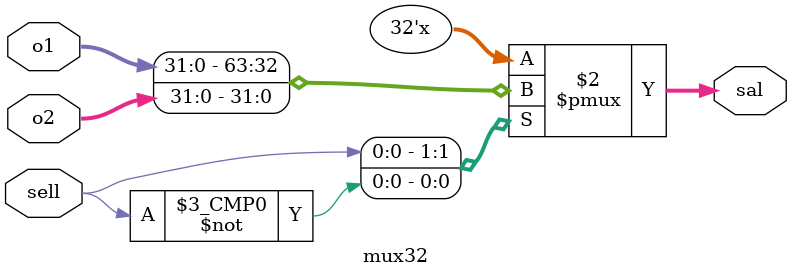
<source format=v>
`timescale 1ns/1ns
module mux32(
	input [31:0] o1,
	input [31:0] o2,
	input sell,
	output reg [31:0] sal
);
always @* begin
 	case(sell)
		1'b1: sal = o1;
		1'b0: sal = o2;
	endcase
end
endmodule

</source>
